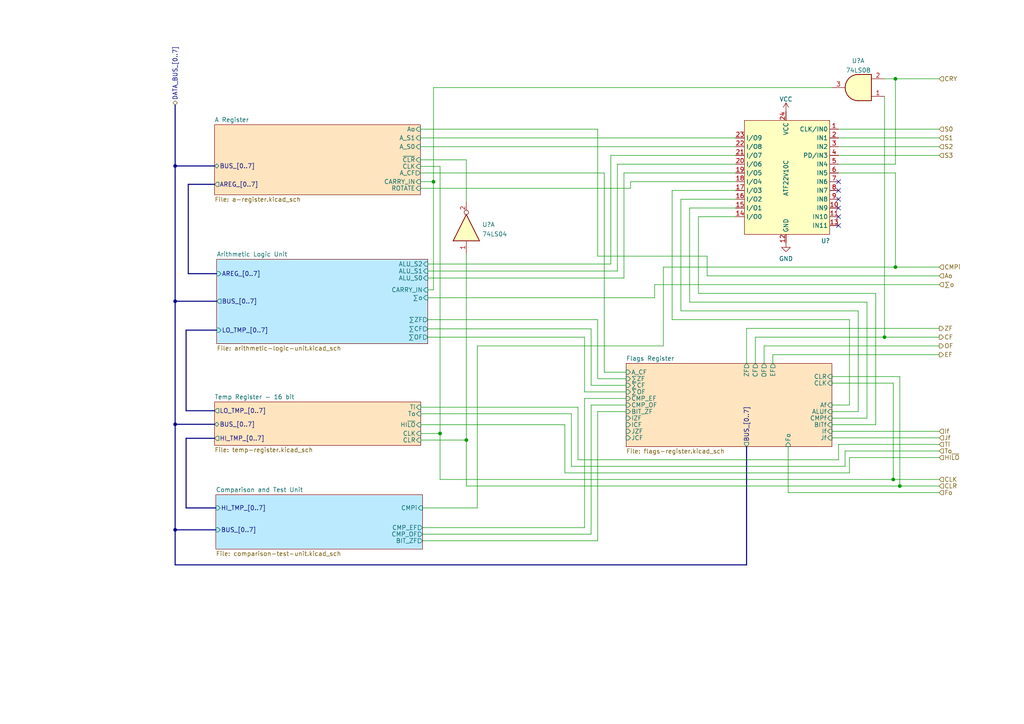
<source format=kicad_sch>
(kicad_sch (version 20211123) (generator eeschema)
  (paper "A4")
  (lib_symbols
    (symbol "74xx:74LS04"
      (property "Reference" "U" (at 0 1.27 0))
      (property "Value" "74LS04" (at 0 -1.27 0))
      (symbol "74LS04_1_0"
        (polyline (pts (xy -3.81 3.81) (xy -3.81 -3.81) (xy 3.81 0) (xy -3.81 3.81)) (stroke (width 0.254)) (fill (type background)))
        (pin input line (at -7.62 0 0) (length 3.81) (name "~") (number "1"))
        (pin output inverted (at 7.62 0 180) (length 3.81) (name "~") (number "2"))
      )
      (symbol "74LS04_2_0"
        (polyline (pts (xy -3.81 3.81) (xy -3.81 -3.81) (xy 3.81 0) (xy -3.81 3.81)) (stroke (width 0.254)) (fill (type background)))
        (pin input line (at -7.62 0 0) (length 3.81) (name "~") (number "3"))
        (pin output inverted (at 7.62 0 180) (length 3.81) (name "~") (number "4"))
      )
      (symbol "74LS04_3_0"
        (polyline (pts (xy -3.81 3.81) (xy -3.81 -3.81) (xy 3.81 0) (xy -3.81 3.81)) (stroke (width 0.254)) (fill (type background)))
        (pin input line (at -7.62 0 0) (length 3.81) (name "~") (number "5"))
        (pin output inverted (at 7.62 0 180) (length 3.81) (name "~") (number "6"))
      )
      (symbol "74LS04_4_0"
        (polyline (pts (xy -3.81 3.81) (xy -3.81 -3.81) (xy 3.81 0) (xy -3.81 3.81)) (stroke (width 0.254)) (fill (type background)))
        (pin output inverted (at 7.62 0 180) (length 3.81) (name "~") (number "8"))
        (pin input line (at -7.62 0 0) (length 3.81) (name "~") (number "9"))
      )
      (symbol "74LS04_5_0"
        (polyline (pts (xy -3.81 3.81) (xy -3.81 -3.81) (xy 3.81 0) (xy -3.81 3.81)) (stroke (width 0.254)) (fill (type background)))
        (pin output inverted (at 7.62 0 180) (length 3.81) (name "~") (number "10"))
        (pin input line (at -7.62 0 0) (length 3.81) (name "~") (number "11"))
      )
      (symbol "74LS04_6_0"
        (polyline (pts (xy -3.81 3.81) (xy -3.81 -3.81) (xy 3.81 0) (xy -3.81 3.81)) (stroke (width 0.254)) (fill (type background)))
        (pin output inverted (at 7.62 0 180) (length 3.81) (name "~") (number "12"))
        (pin input line (at -7.62 0 0) (length 3.81) (name "~") (number "13"))
      )
      (symbol "74LS04_7_0"
        (pin power_in line (at 0 12.7 270) (length 5.08) (name "VCC") (number "14"))
        (pin power_in line (at 0 -12.7 90) (length 5.08) (name "GND") (number "7"))
      )
      (symbol "74LS04_7_1"
        (rectangle (start -5.08 7.62) (end 5.08 -7.62) (stroke (width 0.254)) (fill (type background)))
      )
    )
    (symbol "74xx:74LS08" (pin_names (offset 1.016))
      (property "Reference" "U" (at 0 1.27 0))
      (property "Value" "74LS08" (at 0 -1.27 0))
      (symbol "74LS08_1_1"
        (arc (start 0 -3.81) (mid 3.81 0) (end 0 3.81) (stroke (width 0.254)) (fill (type background)))
        (polyline (pts (xy 0 3.81) (xy -3.81 3.81) (xy -3.81 -3.81) (xy 0 -3.81)) (stroke (width 0.254)) (fill (type background)))
        (pin input line (at -7.62 2.54 0) (length 3.81) (name "~") (number "1"))
        (pin input line (at -7.62 -2.54 0) (length 3.81) (name "~") (number "2"))
        (pin output line (at 7.62 0 180) (length 3.81) (name "~") (number "3"))
      )
      (symbol "74LS08_1_2"
        (arc (start -3.81 -3.81) (mid -2.589 0) (end -3.81 3.81) (stroke (width 0.254)))
        (arc (start -0.6096 -3.81) (mid 2.1855 -2.584) (end 3.81 0) (stroke (width 0.254)) (fill (type background)))
        (polyline (pts (xy -3.81 -3.81) (xy -0.635 -3.81)) (stroke (width 0.254)) (fill (type background)))
        (polyline (pts (xy -3.81 3.81) (xy -0.635 3.81)) (stroke (width 0.254)) (fill (type background)))
        (polyline (pts (xy -0.635 3.81) (xy -3.81 3.81) (xy -3.81 3.81) (xy -3.556 3.4036) (xy -3.0226 2.2606) (xy -2.6924 1.0414) (xy -2.6162 -0.254) (xy -2.7686 -1.4986) (xy -3.175 -2.7178) (xy -3.81 -3.81) (xy -3.81 -3.81) (xy -0.635 -3.81)) (stroke (width -25.4)) (fill (type background)))
        (arc (start 3.81 0) (mid 2.1928 2.5925) (end -0.6096 3.81) (stroke (width 0.254)) (fill (type background)))
        (pin input inverted (at -7.62 2.54 0) (length 4.318) (name "~") (number "1"))
        (pin input inverted (at -7.62 -2.54 0) (length 4.318) (name "~") (number "2"))
        (pin output inverted (at 7.62 0 180) (length 3.81) (name "~") (number "3"))
      )
      (symbol "74LS08_2_1"
        (arc (start 0 -3.81) (mid 3.81 0) (end 0 3.81) (stroke (width 0.254)) (fill (type background)))
        (polyline (pts (xy 0 3.81) (xy -3.81 3.81) (xy -3.81 -3.81) (xy 0 -3.81)) (stroke (width 0.254)) (fill (type background)))
        (pin input line (at -7.62 2.54 0) (length 3.81) (name "~") (number "4"))
        (pin input line (at -7.62 -2.54 0) (length 3.81) (name "~") (number "5"))
        (pin output line (at 7.62 0 180) (length 3.81) (name "~") (number "6"))
      )
      (symbol "74LS08_2_2"
        (arc (start -3.81 -3.81) (mid -2.589 0) (end -3.81 3.81) (stroke (width 0.254)))
        (arc (start -0.6096 -3.81) (mid 2.1855 -2.584) (end 3.81 0) (stroke (width 0.254)) (fill (type background)))
        (polyline (pts (xy -3.81 -3.81) (xy -0.635 -3.81)) (stroke (width 0.254)) (fill (type background)))
        (polyline (pts (xy -3.81 3.81) (xy -0.635 3.81)) (stroke (width 0.254)) (fill (type background)))
        (polyline (pts (xy -0.635 3.81) (xy -3.81 3.81) (xy -3.81 3.81) (xy -3.556 3.4036) (xy -3.0226 2.2606) (xy -2.6924 1.0414) (xy -2.6162 -0.254) (xy -2.7686 -1.4986) (xy -3.175 -2.7178) (xy -3.81 -3.81) (xy -3.81 -3.81) (xy -0.635 -3.81)) (stroke (width -25.4)) (fill (type background)))
        (arc (start 3.81 0) (mid 2.1928 2.5925) (end -0.6096 3.81) (stroke (width 0.254)) (fill (type background)))
        (pin input inverted (at -7.62 2.54 0) (length 4.318) (name "~") (number "4"))
        (pin input inverted (at -7.62 -2.54 0) (length 4.318) (name "~") (number "5"))
        (pin output inverted (at 7.62 0 180) (length 3.81) (name "~") (number "6"))
      )
      (symbol "74LS08_3_1"
        (arc (start 0 -3.81) (mid 3.81 0) (end 0 3.81) (stroke (width 0.254)) (fill (type background)))
        (polyline (pts (xy 0 3.81) (xy -3.81 3.81) (xy -3.81 -3.81) (xy 0 -3.81)) (stroke (width 0.254)) (fill (type background)))
        (pin input line (at -7.62 -2.54 0) (length 3.81) (name "~") (number "10"))
        (pin output line (at 7.62 0 180) (length 3.81) (name "~") (number "8"))
        (pin input line (at -7.62 2.54 0) (length 3.81) (name "~") (number "9"))
      )
      (symbol "74LS08_3_2"
        (arc (start -3.81 -3.81) (mid -2.589 0) (end -3.81 3.81) (stroke (width 0.254)))
        (arc (start -0.6096 -3.81) (mid 2.1855 -2.584) (end 3.81 0) (stroke (width 0.254)) (fill (type background)))
        (polyline (pts (xy -3.81 -3.81) (xy -0.635 -3.81)) (stroke (width 0.254)) (fill (type background)))
        (polyline (pts (xy -3.81 3.81) (xy -0.635 3.81)) (stroke (width 0.254)) (fill (type background)))
        (polyline (pts (xy -0.635 3.81) (xy -3.81 3.81) (xy -3.81 3.81) (xy -3.556 3.4036) (xy -3.0226 2.2606) (xy -2.6924 1.0414) (xy -2.6162 -0.254) (xy -2.7686 -1.4986) (xy -3.175 -2.7178) (xy -3.81 -3.81) (xy -3.81 -3.81) (xy -0.635 -3.81)) (stroke (width -25.4)) (fill (type background)))
        (arc (start 3.81 0) (mid 2.1928 2.5925) (end -0.6096 3.81) (stroke (width 0.254)) (fill (type background)))
        (pin input inverted (at -7.62 -2.54 0) (length 4.318) (name "~") (number "10"))
        (pin output inverted (at 7.62 0 180) (length 3.81) (name "~") (number "8"))
        (pin input inverted (at -7.62 2.54 0) (length 4.318) (name "~") (number "9"))
      )
      (symbol "74LS08_4_1"
        (arc (start 0 -3.81) (mid 3.81 0) (end 0 3.81) (stroke (width 0.254)) (fill (type background)))
        (polyline (pts (xy 0 3.81) (xy -3.81 3.81) (xy -3.81 -3.81) (xy 0 -3.81)) (stroke (width 0.254)) (fill (type background)))
        (pin output line (at 7.62 0 180) (length 3.81) (name "~") (number "11"))
        (pin input line (at -7.62 2.54 0) (length 3.81) (name "~") (number "12"))
        (pin input line (at -7.62 -2.54 0) (length 3.81) (name "~") (number "13"))
      )
      (symbol "74LS08_4_2"
        (arc (start -3.81 -3.81) (mid -2.589 0) (end -3.81 3.81) (stroke (width 0.254)))
        (arc (start -0.6096 -3.81) (mid 2.1855 -2.584) (end 3.81 0) (stroke (width 0.254)) (fill (type background)))
        (polyline (pts (xy -3.81 -3.81) (xy -0.635 -3.81)) (stroke (width 0.254)) (fill (type background)))
        (polyline (pts (xy -3.81 3.81) (xy -0.635 3.81)) (stroke (width 0.254)) (fill (type background)))
        (polyline (pts (xy -0.635 3.81) (xy -3.81 3.81) (xy -3.81 3.81) (xy -3.556 3.4036) (xy -3.0226 2.2606) (xy -2.6924 1.0414) (xy -2.6162 -0.254) (xy -2.7686 -1.4986) (xy -3.175 -2.7178) (xy -3.81 -3.81) (xy -3.81 -3.81) (xy -0.635 -3.81)) (stroke (width -25.4)) (fill (type background)))
        (arc (start 3.81 0) (mid 2.1928 2.5925) (end -0.6096 3.81) (stroke (width 0.254)) (fill (type background)))
        (pin output inverted (at 7.62 0 180) (length 3.81) (name "~") (number "11"))
        (pin input inverted (at -7.62 2.54 0) (length 4.318) (name "~") (number "12"))
        (pin input inverted (at -7.62 -2.54 0) (length 4.318) (name "~") (number "13"))
      )
      (symbol "74LS08_5_0"
        (pin power_in line (at 0 12.7 270) (length 5.08) (name "VCC") (number "14"))
        (pin power_in line (at 0 -12.7 90) (length 5.08) (name "GND") (number "7"))
      )
      (symbol "74LS08_5_1"
        (rectangle (start -5.08 7.62) (end 5.08 -7.62) (stroke (width 0.254)) (fill (type background)))
      )
    )
    (symbol "common-symbols:ATF22V10C"
      (property "Reference" "U" (at 11.43 -17.78 0))
      (property "Value" "ATF22V10C" (at 0 0 90))
      (symbol "ATF22V10C_0_0"
        (pin input line (at -15.24 13.97 0) (length 2.54) (name "CLK/IN0") (number "1"))
        (pin input line (at -15.24 -8.89 0) (length 2.54) (name "IN9") (number "10"))
        (pin input line (at -15.24 -11.43 0) (length 2.54) (name "IN10") (number "11"))
        (pin power_in line (at 0 -19.05 90) (length 2.54) (name "GND") (number "12"))
        (pin input line (at -15.24 -13.97 0) (length 2.54) (name "IN11") (number "13"))
        (pin bidirectional line (at 14.605 -11.43 180) (length 2.54) (name "I/O0") (number "14"))
        (pin bidirectional line (at 14.605 -8.89 180) (length 2.54) (name "I/O1") (number "15"))
        (pin bidirectional line (at 14.605 -6.35 180) (length 2.54) (name "I/O2") (number "16"))
        (pin bidirectional line (at 14.605 -3.81 180) (length 2.54) (name "I/O3") (number "17"))
        (pin bidirectional line (at 14.605 -1.27 180) (length 2.54) (name "I/O4") (number "18"))
        (pin bidirectional line (at 14.605 1.27 180) (length 2.54) (name "I/O5") (number "19"))
        (pin input line (at -15.24 11.43 0) (length 2.54) (name "IN1") (number "2"))
        (pin bidirectional line (at 14.605 3.81 180) (length 2.54) (name "I/O6") (number "20"))
        (pin bidirectional line (at 14.605 6.35 180) (length 2.54) (name "I/O7") (number "21"))
        (pin bidirectional line (at 14.605 8.89 180) (length 2.54) (name "I/O8") (number "22"))
        (pin bidirectional line (at 14.605 11.43 180) (length 2.54) (name "I/O9") (number "23"))
        (pin power_in line (at 0 19.05 270) (length 2.54) (name "VCC") (number "24"))
        (pin input line (at -15.24 8.89 0) (length 2.54) (name "IN2") (number "3"))
        (pin input line (at -15.24 6.35 0) (length 2.54) (name "PD/IN3") (number "4"))
        (pin input line (at -15.24 3.81 0) (length 2.54) (name "IN4") (number "5"))
        (pin input line (at -15.24 1.27 0) (length 2.54) (name "IN5") (number "6"))
        (pin input line (at -15.24 -1.27 0) (length 2.54) (name "IN6") (number "7"))
        (pin input line (at -15.24 -3.81 0) (length 2.54) (name "IN7") (number "8"))
        (pin input line (at -15.24 -6.35 0) (length 2.54) (name "IN8") (number "9"))
      )
      (symbol "ATF22V10C_0_1"
        (rectangle (start -12.7 16.51) (end 12.065 -16.51) (stroke (width 0.1524)) (fill (type background)))
      )
    )
    (symbol "power:GND" (power) (pin_names (offset 0))
      (property "Value" "GND" (at 0 -3.81 0))
      (symbol "GND_0_1"
        (polyline (pts (xy 0 0) (xy 0 -1.27) (xy 1.27 -1.27) (xy 0 -2.54) (xy -1.27 -1.27) (xy 0 -1.27)))
      )
      (symbol "GND_1_1"
        (pin power_in line (at 0 0 270) (length 0) hide (name "GND") (number "1"))
      )
    )
    (symbol "power:VCC" (power) (pin_names (offset 0))
      (property "Value" "VCC" (at 0 3.81 0))
      (symbol "VCC_0_1"
        (polyline (pts (xy -0.762 1.27) (xy 0 2.54)))
        (polyline (pts (xy 0 0) (xy 0 2.54)))
        (polyline (pts (xy 0 2.54) (xy 0.762 1.27)))
      )
      (symbol "VCC_1_1"
        (pin power_in line (at 0 0 90) (length 0) hide (name "VCC") (number "1"))
      )
    )
  )
  (junction (at 259.715 77.47))
  (junction (at 260.985 140.97))
  (junction (at 259.715 22.86))
  (junction (at 50.8 48.133))
  (junction (at 125.73 52.705))
  (junction (at 50.8 87.376))
  (junction (at 259.08 139.065))
  (junction (at 135.255 127.635))
  (junction (at 50.8 153.67))
  (junction (at 256.54 97.79))
  (junction (at 127.635 125.73))
  (junction (at 50.8 123.063))
  (no_connect (at 243.205 65.405))
  (no_connect (at 243.205 52.705))
  (no_connect (at 243.205 55.245))
  (no_connect (at 243.205 57.785))
  (no_connect (at 243.205 60.325))
  (no_connect (at 243.205 62.865))
  (wire (pts (xy 124.079 80.645) (xy 180.975 80.645)))
  (wire (pts (xy 135.255 127.635) (xy 135.255 73.66)))
  (wire (pts (xy 194.945 92.71) (xy 246.38 92.71)))
  (wire (pts (xy 173.355 156.845) (xy 173.355 119.38)))
  (wire (pts (xy 182.88 52.705) (xy 213.36 52.705)))
  (wire (pts (xy 243.205 37.465) (xy 272.415 37.465)))
  (bus (pts (xy 53.975 127.127) (xy 53.975 147.32)))
  (wire (pts (xy 165.735 135.255) (xy 245.11 135.255)))
  (wire (pts (xy 171.45 117.475) (xy 181.61 117.475)))
  (wire (pts (xy 254 123.19) (xy 241.3 123.19)))
  (bus (pts (xy 62.865 95.758) (xy 53.975 95.758)))
  (wire (pts (xy 259.715 22.86) (xy 259.715 47.625)))
  (wire (pts (xy 246.38 132.715) (xy 272.415 132.715)))
  (wire (pts (xy 202.565 62.865) (xy 202.565 85.09)))
  (wire (pts (xy 202.565 85.09) (xy 254 85.09)))
  (wire (pts (xy 135.255 58.42) (xy 135.255 46.355)))
  (wire (pts (xy 245.11 130.81) (xy 272.415 130.81)))
  (wire (pts (xy 241.3 111.125) (xy 259.08 111.125)))
  (wire (pts (xy 256.54 22.86) (xy 259.715 22.86)))
  (wire (pts (xy 221.615 105.41) (xy 221.615 100.33)))
  (wire (pts (xy 259.715 50.165) (xy 259.715 77.47)))
  (wire (pts (xy 219.075 97.79) (xy 256.54 97.79)))
  (wire (pts (xy 179.07 47.625) (xy 213.36 47.625)))
  (wire (pts (xy 243.205 133.35) (xy 243.205 128.905)))
  (wire (pts (xy 121.92 40.005) (xy 213.36 40.005)))
  (wire (pts (xy 213.36 60.325) (xy 200.025 60.325)))
  (wire (pts (xy 175.26 107.95) (xy 181.61 107.95)))
  (wire (pts (xy 171.45 95.377) (xy 171.45 111.76)))
  (bus (pts (xy 62.23 48.133) (xy 50.8 48.133)))
  (wire (pts (xy 167.64 118.11) (xy 167.64 133.35)))
  (wire (pts (xy 169.545 97.79) (xy 169.545 113.665)))
  (wire (pts (xy 125.73 52.705) (xy 125.73 84.074)))
  (wire (pts (xy 243.205 50.165) (xy 259.715 50.165)))
  (wire (pts (xy 241.3 119.38) (xy 248.92 119.38)))
  (wire (pts (xy 125.73 84.074) (xy 124.079 84.074)))
  (wire (pts (xy 200.025 87.63) (xy 251.46 87.63)))
  (wire (pts (xy 171.45 111.76) (xy 181.61 111.76)))
  (wire (pts (xy 248.92 90.17) (xy 197.485 90.17)))
  (wire (pts (xy 272.415 142.875) (xy 228.6 142.875)))
  (wire (pts (xy 224.155 105.41) (xy 224.155 102.87)))
  (wire (pts (xy 179.07 78.613) (xy 179.07 47.625)))
  (wire (pts (xy 248.92 119.38) (xy 248.92 90.17)))
  (wire (pts (xy 121.92 50.165) (xy 175.26 50.165)))
  (wire (pts (xy 171.45 154.94) (xy 171.45 117.475)))
  (wire (pts (xy 189.865 82.55) (xy 272.415 82.55)))
  (wire (pts (xy 243.205 128.905) (xy 272.415 128.905)))
  (wire (pts (xy 254 85.09) (xy 254 123.19)))
  (wire (pts (xy 173.355 37.465) (xy 173.355 74.295)))
  (wire (pts (xy 169.545 153.035) (xy 169.545 115.57)))
  (bus (pts (xy 54.61 53.467) (xy 54.61 79.375)))
  (wire (pts (xy 169.545 113.665) (xy 181.61 113.665)))
  (wire (pts (xy 125.73 25.4) (xy 125.73 52.705)))
  (wire (pts (xy 173.355 74.295) (xy 205.105 74.295)))
  (wire (pts (xy 124.079 78.613) (xy 179.07 78.613)))
  (wire (pts (xy 165.735 120.015) (xy 165.735 135.255)))
  (wire (pts (xy 260.985 109.22) (xy 241.3 109.22)))
  (bus (pts (xy 54.61 79.375) (xy 62.865 79.375)))
  (wire (pts (xy 138.43 147.32) (xy 122.555 147.32)))
  (bus (pts (xy 53.975 119.126) (xy 62.23 119.126)))
  (wire (pts (xy 260.985 140.97) (xy 260.985 109.22)))
  (wire (pts (xy 122.047 123.19) (xy 163.83 123.19)))
  (wire (pts (xy 167.64 133.35) (xy 243.205 133.35)))
  (wire (pts (xy 194.945 55.245) (xy 194.945 92.71)))
  (wire (pts (xy 180.975 50.165) (xy 213.36 50.165)))
  (wire (pts (xy 243.205 45.085) (xy 272.415 45.085)))
  (wire (pts (xy 272.415 77.47) (xy 259.715 77.47)))
  (wire (pts (xy 260.985 140.97) (xy 272.415 140.97)))
  (wire (pts (xy 216.535 105.41) (xy 216.535 95.25)))
  (wire (pts (xy 127.635 125.73) (xy 122.047 125.73)))
  (wire (pts (xy 197.485 57.785) (xy 213.36 57.785)))
  (bus (pts (xy 50.8 163.83) (xy 216.535 163.83)))
  (bus (pts (xy 50.8 123.063) (xy 62.23 123.063)))
  (wire (pts (xy 259.715 77.47) (xy 192.405 77.47)))
  (wire (pts (xy 121.92 48.26) (xy 127.635 48.26)))
  (bus (pts (xy 62.23 127.127) (xy 53.975 127.127)))
  (bus (pts (xy 50.8 153.67) (xy 50.8 163.83)))
  (wire (pts (xy 180.975 80.645) (xy 180.975 50.165)))
  (bus (pts (xy 50.8 87.376) (xy 62.865 87.376)))
  (wire (pts (xy 173.355 92.71) (xy 173.355 109.855)))
  (wire (pts (xy 219.075 105.41) (xy 219.075 97.79)))
  (wire (pts (xy 200.025 60.325) (xy 200.025 87.63)))
  (wire (pts (xy 245.11 135.255) (xy 245.11 130.81)))
  (wire (pts (xy 224.155 102.87) (xy 272.415 102.87)))
  (wire (pts (xy 124.079 76.581) (xy 177.165 76.581)))
  (wire (pts (xy 127.635 48.26) (xy 127.635 125.73)))
  (wire (pts (xy 121.92 54.61) (xy 182.88 54.61)))
  (wire (pts (xy 138.43 100.33) (xy 138.43 147.32)))
  (wire (pts (xy 251.46 121.285) (xy 241.3 121.285)))
  (bus (pts (xy 50.8 153.67) (xy 50.8 123.063)))
  (wire (pts (xy 241.3 125.095) (xy 272.415 125.095)))
  (wire (pts (xy 163.83 137.16) (xy 246.38 137.16)))
  (wire (pts (xy 205.105 80.01) (xy 272.415 80.01)))
  (wire (pts (xy 216.535 95.25) (xy 272.415 95.25)))
  (wire (pts (xy 135.255 46.355) (xy 121.92 46.355)))
  (wire (pts (xy 228.6 142.875) (xy 228.6 129.54)))
  (wire (pts (xy 241.3 127) (xy 272.415 127)))
  (wire (pts (xy 177.165 76.581) (xy 177.165 45.085)))
  (wire (pts (xy 205.105 74.295) (xy 205.105 80.01)))
  (wire (pts (xy 192.405 100.33) (xy 138.43 100.33)))
  (bus (pts (xy 62.611 153.67) (xy 50.8 153.67)))
  (wire (pts (xy 259.08 111.125) (xy 259.08 139.065)))
  (wire (pts (xy 124.079 95.377) (xy 171.45 95.377)))
  (wire (pts (xy 259.08 139.065) (xy 272.415 139.065)))
  (wire (pts (xy 256.54 27.94) (xy 256.54 97.79)))
  (bus (pts (xy 50.8 30.48) (xy 50.8 48.133)))
  (wire (pts (xy 122.047 120.015) (xy 165.735 120.015)))
  (wire (pts (xy 175.26 50.165) (xy 175.26 107.95)))
  (wire (pts (xy 246.38 92.71) (xy 246.38 117.475)))
  (wire (pts (xy 135.255 127.635) (xy 135.255 140.97)))
  (wire (pts (xy 124.079 92.71) (xy 173.355 92.71)))
  (wire (pts (xy 177.165 45.085) (xy 213.36 45.085)))
  (wire (pts (xy 243.205 40.005) (xy 272.415 40.005)))
  (wire (pts (xy 246.38 137.16) (xy 246.38 132.715)))
  (bus (pts (xy 53.975 95.758) (xy 53.975 119.126)))
  (bus (pts (xy 50.8 48.133) (xy 50.8 87.376)))
  (wire (pts (xy 189.865 86.36) (xy 189.865 82.55)))
  (wire (pts (xy 122.555 154.94) (xy 171.45 154.94)))
  (wire (pts (xy 259.715 22.86) (xy 272.415 22.86)))
  (wire (pts (xy 243.205 47.625) (xy 259.715 47.625)))
  (wire (pts (xy 213.36 62.865) (xy 202.565 62.865)))
  (wire (pts (xy 173.355 109.855) (xy 181.61 109.855)))
  (wire (pts (xy 121.92 52.705) (xy 125.73 52.705)))
  (wire (pts (xy 124.079 97.79) (xy 169.545 97.79)))
  (wire (pts (xy 124.079 86.36) (xy 189.865 86.36)))
  (bus (pts (xy 216.535 163.83) (xy 216.535 129.54)))
  (wire (pts (xy 241.3 117.475) (xy 246.38 117.475)))
  (wire (pts (xy 173.355 119.38) (xy 181.61 119.38)))
  (bus (pts (xy 50.8 87.376) (xy 50.8 123.063)))
  (wire (pts (xy 251.46 87.63) (xy 251.46 121.285)))
  (wire (pts (xy 127.635 139.065) (xy 127.635 125.73)))
  (wire (pts (xy 122.555 153.035) (xy 169.545 153.035)))
  (wire (pts (xy 197.485 90.17) (xy 197.485 57.785)))
  (wire (pts (xy 163.83 123.19) (xy 163.83 137.16)))
  (wire (pts (xy 182.88 54.61) (xy 182.88 52.705)))
  (wire (pts (xy 127.635 139.065) (xy 259.08 139.065)))
  (wire (pts (xy 256.54 97.79) (xy 272.415 97.79)))
  (wire (pts (xy 122.047 127.635) (xy 135.255 127.635)))
  (wire (pts (xy 221.615 100.33) (xy 272.415 100.33)))
  (wire (pts (xy 121.92 37.465) (xy 173.355 37.465)))
  (wire (pts (xy 135.255 140.97) (xy 260.985 140.97)))
  (wire (pts (xy 122.047 118.11) (xy 167.64 118.11)))
  (wire (pts (xy 194.945 55.245) (xy 213.36 55.245)))
  (wire (pts (xy 122.555 156.845) (xy 173.355 156.845)))
  (bus (pts (xy 62.23 53.467) (xy 54.61 53.467)))
  (wire (pts (xy 243.205 42.545) (xy 272.415 42.545)))
  (wire (pts (xy 192.405 77.47) (xy 192.405 100.33)))
  (wire (pts (xy 169.545 115.57) (xy 181.61 115.57)))
  (wire (pts (xy 241.3 25.4) (xy 125.73 25.4)))
  (bus (pts (xy 53.975 147.32) (xy 62.611 147.32)))
  (wire (pts (xy 121.92 42.545) (xy 213.36 42.545)))
  (hierarchical_label "CF" (shape output) (at 272.415 97.79 0))
  (hierarchical_label "Ao" (shape input) (at 272.415 80.01 0))
  (hierarchical_label "Jf" (shape input) (at 272.415 127 0))
  (hierarchical_label "Ti" (shape input) (at 272.415 128.905 0))
  (hierarchical_label "Fo" (shape input) (at 272.415 142.875 0))
  (hierarchical_label "S2" (shape input) (at 272.415 42.545 0))
  (hierarchical_label "CLK" (shape input) (at 272.415 139.065 0))
  (hierarchical_label "CRY" (shape input) (at 272.415 22.86 0))
  (hierarchical_label "ZF" (shape output) (at 272.415 95.25 0))
  (hierarchical_label "EF" (shape output) (at 272.415 102.87 0))
  (hierarchical_label "CMPi" (shape input) (at 272.415 77.47 0))
  (hierarchical_label "If" (shape input) (at 272.415 125.095 0))
  (hierarchical_label "To" (shape input) (at 272.415 130.81 0))
  (hierarchical_label "∑o" (shape input) (at 272.415 82.55 0))
  (hierarchical_label "S1" (shape input) (at 272.415 40.005 0))
  (hierarchical_label "DATA_BUS_[0..7]" (shape bidirectional) (at 50.8 30.48 90))
  (hierarchical_label "S0" (shape input) (at 272.415 37.465 0))
  (hierarchical_label "S3" (shape input) (at 272.415 45.085 0))
  (hierarchical_label "HI~{LO}" (shape input) (at 272.415 132.715 0))
  (hierarchical_label "OF" (shape output) (at 272.415 100.33 0))
  (hierarchical_label "CLR" (shape input) (at 272.415 140.97 0))
  (symbol (lib_id "74xx:74LS04") (at 135.255 66.04 90) (unit 1)
    (property "Reference" "U?" (at 139.827 65.1315 90) (effects (justify right)))
    (property "Value" "74LS04" (at 139.827 67.9066 90) (effects (justify right)))
    (property "Datasheet" "http://www.ti.com/lit/gpn/sn74LS04" (effects hide))
  )
  (symbol (lib_id "common-symbols:ATF22V10C") (at 227.965 51.435 0) (mirror y) (unit 1)
    (property "Reference" "U?" (at 238.125 69.85 0) (effects (justify right)))
    (property "Value" "ATF22V10C" (at 227.965 46.355 90) (effects (justify right)))
  )
  (symbol (lib_id "power:GND") (at 227.965 70.485 0) (unit 1)
    (property "Reference" "#PWR?" (effects hide))
    (property "Value" "GND" (at 227.965 75.0475 0))
  )
  (symbol (lib_id "power:VCC") (at 227.965 32.385 0) (unit 1)
    (property "Reference" "#PWR?" (effects hide))
    (property "Value" "VCC" (at 227.965 28.7805 0))
  )
  (symbol (lib_id "74xx:74LS08") (at 248.92 25.4 180) (unit 1)
    (property "Reference" "U?" (at 248.92 17.6235 0))
    (property "Value" "74LS08" (at 248.92 20.3986 0))
    (property "Datasheet" "http://www.ti.com/lit/gpn/sn74LS08" (effects hide))
  )
  (sheet (at 62.865 75.184) (size 61.214 24.511) (stroke (width 0.1524)) (fill (color 187 234 255 1.0000))
    (property "Sheet name" "Arithmetic Logic Unit" (at 62.865 74.4724 0) (effects (justify left bottom)))
    (property "Sheet file" "arithmetic-logic-unit.kicad_sch" (at 62.865 100.2796 0) (effects (justify left top)))
    (pin "∑o" input (at 124.079 86.36 0))
    (pin "∑CF" output (at 124.079 95.377 0))
    (pin "∑OF" output (at 124.079 97.79 0))
    (pin "AREG_[0..7]" input (at 62.865 79.375 180))
    (pin "ALU_S2" input (at 124.079 76.581 0))
    (pin "ALU_S1" input (at 124.079 78.613 0))
    (pin "CARRY_IN" input (at 124.079 84.074 0))
    (pin "ALU_S0" input (at 124.079 80.645 0))
    (pin "BUS_[0..7]" output (at 62.865 87.376 180))
    (pin "LO_TMP_[0..7]" input (at 62.865 95.758 180))
    (pin "∑ZF" output (at 124.079 92.71 0))
  )
  (sheet (at 181.61 105.41) (size 59.69 24.13) (stroke (width 0.1524)) (fill (color 255 229 191 1.0000))
    (property "Sheet name" "Flags Register" (at 181.61 104.6984 0) (effects (justify left bottom)))
    (property "Sheet file" "flags-register.kicad_sch" (at 181.61 130.1246 0) (effects (justify left top)))
    (pin "CLR" input (at 241.3 109.22 0))
    (pin "Jf" input (at 241.3 127 0))
    (pin "CLK" input (at 241.3 111.125 0))
    (pin "If" input (at 241.3 125.095 0))
    (pin "BITf" input (at 241.3 123.19 0))
    (pin "Af" input (at 241.3 117.475 0))
    (pin "CMPf" input (at 241.3 121.285 0))
    (pin "ALUf" input (at 241.3 119.38 0))
    (pin "CMP_EF" input (at 181.61 115.57 180))
    (pin "JCF" input (at 181.61 127 180))
    (pin "JZF" input (at 181.61 125.095 180))
    (pin "ICF" input (at 181.61 123.19 180))
    (pin "CMP_OF" input (at 181.61 117.475 180))
    (pin "IZF" input (at 181.61 121.285 180))
    (pin "BIT_ZF" input (at 181.61 119.38 180))
    (pin "A_CF" input (at 181.61 107.95 180))
    (pin "∑OF" input (at 181.61 113.665 180))
    (pin "∑CF" input (at 181.61 111.76 180))
    (pin "CF" output (at 219.075 105.41 90))
    (pin "OF" output (at 221.615 105.41 90))
    (pin "ZF" output (at 216.535 105.41 90))
    (pin "EF" output (at 224.155 105.41 90))
    (pin "∑ZF" input (at 181.61 109.855 180))
    (pin "Fo" input (at 228.6 129.54 270))
    (pin "BUS_[0..7]" output (at 216.535 129.54 270))
  )
  (sheet (at 62.611 143.51) (size 59.944 15.748) (stroke (width 0.1524)) (fill (color 187 234 255 1.0000))
    (property "Sheet name" "Comparison and Test Unit" (at 62.611 142.7984 0) (effects (justify left bottom)))
    (property "Sheet file" "comparison-test-unit.kicad_sch" (at 62.611 159.8426 0) (effects (justify left top)))
    (pin "HI_TMP_[0..7]" input (at 62.611 147.32 180))
    (pin "BUS_[0..7]" input (at 62.611 153.67 180))
    (pin "CMP_OF" output (at 122.555 154.94 0))
    (pin "BIT_ZF" output (at 122.555 156.845 0))
    (pin "CMP_EF" output (at 122.555 153.035 0))
    (pin "CMPi" input (at 122.555 147.32 0))
  )
  (sheet (at 62.23 116.586) (size 59.817 12.573) (stroke (width 0.1524)) (fill (color 255 229 191 1.0000))
    (property "Sheet name" "Temp Register - 16 bit" (at 62.23 115.8744 0) (effects (justify left bottom)))
    (property "Sheet file" "temp-register.kicad_sch" (at 62.23 129.7436 0) (effects (justify left top)))
    (pin "BUS_[0..7]" bidirectional (at 62.23 123.063 180))
    (pin "HI_TMP_[0..7]" output (at 62.23 127.127 180))
    (pin "LO_TMP_[0..7]" output (at 62.23 119.126 180))
    (pin "Ti" input (at 122.047 118.11 0))
    (pin "To" input (at 122.047 120.015 0))
    (pin "HI~{LO}" input (at 122.047 123.19 0))
    (pin "CLK" input (at 122.047 125.73 0))
    (pin "CLR" input (at 122.047 127.635 0))
  )
  (sheet (at 62.23 36.195) (size 59.69 20.32) (stroke (width 0.1524)) (fill (color 255 229 191 1.0000))
    (property "Sheet name" "A Register" (at 62.23 35.4834 0) (effects (justify left bottom)))
    (property "Sheet file" "a-register.kicad_sch" (at 62.23 57.0996 0) (effects (justify left top)))
    (pin "A_S0" input (at 121.92 42.545 0))
    (pin "BUS_[0..7]" bidirectional (at 62.23 48.133 180))
    (pin "CLK" input (at 121.92 48.26 0))
    (pin "CARRY_IN" input (at 121.92 52.705 0))
    (pin "A_S1" input (at 121.92 40.005 0))
    (pin "~{CLR}" input (at 121.92 46.355 0))
    (pin "AREG_[0..7]" output (at 62.23 53.467 180))
    (pin "Ao" input (at 121.92 37.465 0))
    (pin "A_CF" output (at 121.92 50.165 0))
    (pin "ROTATE" input (at 121.92 54.61 0))
  )
)
</source>
